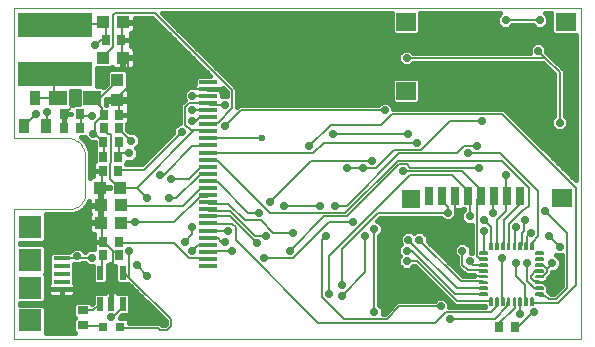
<source format=gtl>
G75*
G70*
%OFA0B0*%
%FSLAX24Y24*%
%IPPOS*%
%LPD*%
%AMOC8*
5,1,8,0,0,1.08239X$1,22.5*
%
%ADD10C,0.0000*%
%ADD11R,0.0315X0.0315*%
%ADD12R,0.0354X0.0276*%
%ADD13R,0.0551X0.0157*%
%ADD14R,0.0748X0.0748*%
%ADD15R,0.0591X0.0118*%
%ADD16R,0.0276X0.0354*%
%ADD17R,0.2480X0.0846*%
%ADD18R,0.0591X0.0472*%
%ADD19R,0.0354X0.0472*%
%ADD20R,0.0433X0.0394*%
%ADD21R,0.0394X0.0433*%
%ADD22R,0.0669X0.0591*%
%ADD23R,0.0315X0.0591*%
%ADD24R,0.0591X0.0591*%
%ADD25R,0.0217X0.0472*%
%ADD26C,0.0059*%
%ADD27C,0.0236*%
%ADD28C,0.0060*%
%ADD29OC8,0.0280*%
%ADD30C,0.0160*%
D10*
X000706Y001502D02*
X000706Y005832D01*
X002568Y005832D01*
X002612Y005834D01*
X002655Y005840D01*
X002697Y005849D01*
X002739Y005862D01*
X002779Y005879D01*
X002818Y005899D01*
X002855Y005922D01*
X002889Y005949D01*
X002922Y005978D01*
X002951Y006011D01*
X002978Y006045D01*
X003001Y006082D01*
X003021Y006121D01*
X003038Y006161D01*
X003051Y006203D01*
X003060Y006245D01*
X003066Y006288D01*
X003068Y006332D01*
X003068Y007575D01*
X003066Y007624D01*
X003060Y007672D01*
X003051Y007720D01*
X003038Y007767D01*
X003021Y007812D01*
X003000Y007856D01*
X002977Y007899D01*
X002950Y007939D01*
X002919Y007978D01*
X002886Y008013D01*
X002851Y008046D01*
X002812Y008077D01*
X002772Y008104D01*
X002729Y008127D01*
X002685Y008148D01*
X002640Y008165D01*
X002593Y008178D01*
X002545Y008187D01*
X002497Y008193D01*
X002448Y008195D01*
X000706Y008195D01*
X000706Y012525D01*
X019603Y012525D01*
X019603Y001502D01*
X000706Y001502D01*
D11*
X003655Y001899D03*
X004245Y001899D03*
D12*
X002998Y001946D03*
X002998Y002457D03*
D13*
X002288Y003154D03*
X002288Y003409D03*
X002288Y003665D03*
X002288Y003921D03*
X002288Y004177D03*
D14*
X001245Y004138D03*
X001245Y003193D03*
X001245Y002110D03*
X001245Y005221D03*
D15*
X007182Y005109D03*
X007182Y005345D03*
X007182Y005582D03*
X007182Y005818D03*
X007182Y006054D03*
X007182Y006290D03*
X007182Y006526D03*
X007182Y006763D03*
X007182Y006999D03*
X007182Y007235D03*
X007182Y007471D03*
X007182Y007708D03*
X007182Y007944D03*
X007182Y008180D03*
X007182Y008416D03*
X007182Y008652D03*
X007182Y008889D03*
X007182Y009125D03*
X007182Y009361D03*
X007182Y009597D03*
X007182Y009834D03*
X007182Y010070D03*
X007182Y004873D03*
X007182Y004637D03*
X007182Y004401D03*
X007182Y004164D03*
X007182Y003928D03*
D16*
X004185Y004290D03*
X003673Y004290D03*
X003675Y004736D03*
X004187Y004736D03*
X004166Y007109D03*
X004177Y007568D03*
X003665Y007568D03*
X003654Y007109D03*
X003679Y008050D03*
X004191Y008050D03*
X004196Y008517D03*
X003684Y008517D03*
X003688Y008965D03*
X004200Y008965D03*
X002891Y009002D03*
X002380Y009002D03*
X002380Y008542D03*
X002891Y008542D03*
X003768Y011472D03*
X004280Y011472D03*
X016880Y001885D03*
X017392Y001885D03*
D17*
X002082Y010339D03*
X002082Y011973D03*
D18*
X002175Y009539D03*
X003316Y009539D03*
D19*
X001769Y008583D03*
X001021Y008583D03*
X001395Y009528D03*
D20*
X003661Y010872D03*
X004331Y010872D03*
X004345Y012058D03*
X003675Y012058D03*
X003575Y006535D03*
X004245Y006535D03*
X004264Y005956D03*
X003595Y005956D03*
X003591Y005367D03*
X004260Y005367D03*
D21*
X004149Y009459D03*
X004149Y010128D03*
D22*
X013770Y009764D03*
X013770Y012067D03*
X019085Y012067D03*
X018967Y006185D03*
D23*
X017569Y006256D03*
X017136Y006256D03*
X016703Y006256D03*
X016270Y006256D03*
X015837Y006256D03*
X015404Y006256D03*
X014971Y006256D03*
X014538Y006256D03*
D24*
X013929Y006143D03*
D25*
X004323Y003686D03*
X003575Y003686D03*
X003575Y002663D03*
X003949Y002663D03*
X004323Y002663D03*
D26*
X016248Y003015D02*
X016466Y003015D01*
X016466Y002955D01*
X016248Y002955D01*
X016248Y003015D01*
X016248Y003013D02*
X016466Y003013D01*
X016466Y003212D02*
X016248Y003212D01*
X016466Y003212D02*
X016466Y003152D01*
X016248Y003152D01*
X016248Y003212D01*
X016248Y003210D02*
X016466Y003210D01*
X016466Y003409D02*
X016248Y003409D01*
X016466Y003409D02*
X016466Y003349D01*
X016248Y003349D01*
X016248Y003409D01*
X016248Y003407D02*
X016466Y003407D01*
X016466Y003606D02*
X016248Y003606D01*
X016466Y003606D02*
X016466Y003546D01*
X016248Y003546D01*
X016248Y003606D01*
X016248Y003604D02*
X016466Y003604D01*
X016466Y003802D02*
X016248Y003802D01*
X016466Y003802D02*
X016466Y003742D01*
X016248Y003742D01*
X016248Y003802D01*
X016248Y003800D02*
X016466Y003800D01*
X016466Y003999D02*
X016248Y003999D01*
X016466Y003999D02*
X016466Y003939D01*
X016248Y003939D01*
X016248Y003999D01*
X016248Y003997D02*
X016466Y003997D01*
X016466Y004196D02*
X016248Y004196D01*
X016466Y004196D02*
X016466Y004136D01*
X016248Y004136D01*
X016248Y004196D01*
X016248Y004194D02*
X016466Y004194D01*
X016466Y004393D02*
X016248Y004393D01*
X016466Y004393D02*
X016466Y004333D01*
X016248Y004333D01*
X016248Y004393D01*
X016248Y004391D02*
X016466Y004391D01*
X016564Y004708D02*
X016624Y004708D01*
X016624Y004490D01*
X016564Y004490D01*
X016564Y004708D01*
X016564Y004548D02*
X016624Y004548D01*
X016624Y004606D02*
X016564Y004606D01*
X016564Y004664D02*
X016624Y004664D01*
X016760Y004708D02*
X016820Y004708D01*
X016820Y004490D01*
X016760Y004490D01*
X016760Y004708D01*
X016760Y004548D02*
X016820Y004548D01*
X016820Y004606D02*
X016760Y004606D01*
X016760Y004664D02*
X016820Y004664D01*
X016957Y004708D02*
X017017Y004708D01*
X017017Y004490D01*
X016957Y004490D01*
X016957Y004708D01*
X016957Y004548D02*
X017017Y004548D01*
X017017Y004606D02*
X016957Y004606D01*
X016957Y004664D02*
X017017Y004664D01*
X017154Y004708D02*
X017214Y004708D01*
X017214Y004490D01*
X017154Y004490D01*
X017154Y004708D01*
X017154Y004548D02*
X017214Y004548D01*
X017214Y004606D02*
X017154Y004606D01*
X017154Y004664D02*
X017214Y004664D01*
X017351Y004708D02*
X017411Y004708D01*
X017411Y004490D01*
X017351Y004490D01*
X017351Y004708D01*
X017351Y004548D02*
X017411Y004548D01*
X017411Y004606D02*
X017351Y004606D01*
X017351Y004664D02*
X017411Y004664D01*
X017548Y004708D02*
X017608Y004708D01*
X017608Y004490D01*
X017548Y004490D01*
X017548Y004708D01*
X017548Y004548D02*
X017608Y004548D01*
X017608Y004606D02*
X017548Y004606D01*
X017548Y004664D02*
X017608Y004664D01*
X017745Y004708D02*
X017805Y004708D01*
X017805Y004490D01*
X017745Y004490D01*
X017745Y004708D01*
X017745Y004548D02*
X017805Y004548D01*
X017805Y004606D02*
X017745Y004606D01*
X017745Y004664D02*
X017805Y004664D01*
X017942Y004708D02*
X018002Y004708D01*
X018002Y004490D01*
X017942Y004490D01*
X017942Y004708D01*
X017942Y004548D02*
X018002Y004548D01*
X018002Y004606D02*
X017942Y004606D01*
X017942Y004664D02*
X018002Y004664D01*
X018099Y004393D02*
X018317Y004393D01*
X018317Y004333D01*
X018099Y004333D01*
X018099Y004393D01*
X018099Y004391D02*
X018317Y004391D01*
X018317Y004196D02*
X018099Y004196D01*
X018317Y004196D02*
X018317Y004136D01*
X018099Y004136D01*
X018099Y004196D01*
X018099Y004194D02*
X018317Y004194D01*
X018317Y003999D02*
X018099Y003999D01*
X018317Y003999D02*
X018317Y003939D01*
X018099Y003939D01*
X018099Y003999D01*
X018099Y003997D02*
X018317Y003997D01*
X018317Y003802D02*
X018099Y003802D01*
X018317Y003802D02*
X018317Y003742D01*
X018099Y003742D01*
X018099Y003802D01*
X018099Y003800D02*
X018317Y003800D01*
X018317Y003606D02*
X018099Y003606D01*
X018317Y003606D02*
X018317Y003546D01*
X018099Y003546D01*
X018099Y003606D01*
X018099Y003604D02*
X018317Y003604D01*
X018317Y003409D02*
X018099Y003409D01*
X018317Y003409D02*
X018317Y003349D01*
X018099Y003349D01*
X018099Y003409D01*
X018099Y003407D02*
X018317Y003407D01*
X018317Y003212D02*
X018099Y003212D01*
X018317Y003212D02*
X018317Y003152D01*
X018099Y003152D01*
X018099Y003212D01*
X018099Y003210D02*
X018317Y003210D01*
X018317Y003015D02*
X018099Y003015D01*
X018317Y003015D02*
X018317Y002955D01*
X018099Y002955D01*
X018099Y003015D01*
X018099Y003013D02*
X018317Y003013D01*
X018002Y002858D02*
X017942Y002858D01*
X018002Y002858D02*
X018002Y002640D01*
X017942Y002640D01*
X017942Y002858D01*
X017942Y002698D02*
X018002Y002698D01*
X018002Y002756D02*
X017942Y002756D01*
X017942Y002814D02*
X018002Y002814D01*
X017805Y002858D02*
X017745Y002858D01*
X017805Y002858D02*
X017805Y002640D01*
X017745Y002640D01*
X017745Y002858D01*
X017745Y002698D02*
X017805Y002698D01*
X017805Y002756D02*
X017745Y002756D01*
X017745Y002814D02*
X017805Y002814D01*
X017608Y002858D02*
X017548Y002858D01*
X017608Y002858D02*
X017608Y002640D01*
X017548Y002640D01*
X017548Y002858D01*
X017548Y002698D02*
X017608Y002698D01*
X017608Y002756D02*
X017548Y002756D01*
X017548Y002814D02*
X017608Y002814D01*
X017411Y002858D02*
X017351Y002858D01*
X017411Y002858D02*
X017411Y002640D01*
X017351Y002640D01*
X017351Y002858D01*
X017351Y002698D02*
X017411Y002698D01*
X017411Y002756D02*
X017351Y002756D01*
X017351Y002814D02*
X017411Y002814D01*
X017214Y002858D02*
X017154Y002858D01*
X017214Y002858D02*
X017214Y002640D01*
X017154Y002640D01*
X017154Y002858D01*
X017154Y002698D02*
X017214Y002698D01*
X017214Y002756D02*
X017154Y002756D01*
X017154Y002814D02*
X017214Y002814D01*
X017017Y002858D02*
X016957Y002858D01*
X017017Y002858D02*
X017017Y002640D01*
X016957Y002640D01*
X016957Y002858D01*
X016957Y002698D02*
X017017Y002698D01*
X017017Y002756D02*
X016957Y002756D01*
X016957Y002814D02*
X017017Y002814D01*
X016820Y002858D02*
X016760Y002858D01*
X016820Y002858D02*
X016820Y002640D01*
X016760Y002640D01*
X016760Y002858D01*
X016760Y002698D02*
X016820Y002698D01*
X016820Y002756D02*
X016760Y002756D01*
X016760Y002814D02*
X016820Y002814D01*
X016624Y002858D02*
X016564Y002858D01*
X016624Y002858D02*
X016624Y002640D01*
X016564Y002640D01*
X016564Y002858D01*
X016564Y002698D02*
X016624Y002698D01*
X016624Y002756D02*
X016564Y002756D01*
X016564Y002814D02*
X016624Y002814D01*
D27*
X008976Y008201D03*
D28*
X008976Y008180D01*
X007182Y008180D01*
X007182Y008416D02*
X007126Y008462D01*
X006706Y008462D01*
X004786Y006542D01*
X005146Y006182D01*
X004786Y006542D02*
X004246Y006542D01*
X004245Y006535D01*
X004186Y006542D01*
X003886Y006842D01*
X003886Y007322D01*
X003946Y007382D01*
X003946Y008282D01*
X003886Y008342D01*
X003826Y008342D01*
X003706Y008462D01*
X003684Y008517D01*
X003406Y008342D02*
X003406Y008702D01*
X003646Y008942D01*
X003688Y008965D01*
X003646Y009002D01*
X003646Y009182D01*
X003406Y009422D01*
X003316Y009539D01*
X003346Y009482D01*
X003406Y009422D01*
X003466Y009422D01*
X004126Y010082D01*
X004149Y010128D01*
X004426Y009842D02*
X007126Y009842D01*
X007182Y009834D01*
X007186Y009782D01*
X007486Y009782D01*
X007606Y009662D01*
X007726Y009662D01*
X007966Y009782D02*
X007966Y009182D01*
X007486Y008702D01*
X007186Y008702D01*
X007182Y008652D01*
X007126Y008882D02*
X006886Y008882D01*
X006766Y008762D01*
X006646Y008762D01*
X006406Y008642D02*
X006406Y009242D01*
X006526Y009362D01*
X007126Y009362D01*
X007182Y009361D01*
X007186Y009362D01*
X007246Y009302D01*
X007726Y009302D01*
X007182Y009125D02*
X007126Y009122D01*
X006646Y009122D01*
X007126Y008882D02*
X007182Y008889D01*
X007726Y008582D02*
X008266Y009122D01*
X013066Y009122D01*
X013306Y009002D02*
X012946Y008642D01*
X011266Y008642D01*
X010546Y007922D01*
X010666Y007682D02*
X007186Y007682D01*
X007182Y007708D01*
X007126Y007922D02*
X007182Y007944D01*
X007126Y007922D02*
X006646Y007922D01*
X005686Y006962D01*
X005566Y006962D01*
X005926Y006842D02*
X006526Y006842D01*
X006886Y007202D01*
X007126Y007202D01*
X007182Y007235D01*
X007186Y007442D02*
X007182Y007471D01*
X007186Y007442D02*
X007486Y007442D01*
X009226Y005702D01*
X011746Y005702D01*
X013486Y007442D01*
X016966Y007442D01*
X017866Y006542D01*
X017866Y005942D01*
X017746Y005822D01*
X017686Y005822D01*
X017206Y005342D01*
X017206Y004622D01*
X017184Y004599D01*
X017026Y004622D02*
X016987Y004599D01*
X017026Y004622D02*
X017026Y005462D01*
X017566Y006002D01*
X017566Y006242D01*
X017569Y006256D01*
X017136Y006256D02*
X017086Y006302D01*
X017086Y006962D01*
X016186Y007202D02*
X013906Y007202D01*
X013786Y007322D01*
X013546Y007322D01*
X011806Y005582D01*
X011026Y005582D01*
X009886Y004442D01*
X010006Y004202D02*
X009046Y004202D01*
X008806Y004682D02*
X007906Y005582D01*
X007186Y005582D01*
X007182Y005582D01*
X007186Y005762D02*
X007182Y005818D01*
X007186Y005762D02*
X007906Y005762D01*
X008746Y004922D01*
X009106Y004922D01*
X009346Y005042D02*
X008926Y005462D01*
X008386Y005462D01*
X007846Y006002D01*
X007186Y006002D01*
X007182Y006054D01*
X007126Y006242D02*
X007182Y006290D01*
X007126Y006242D02*
X006886Y006242D01*
X006046Y005402D01*
X004726Y005402D01*
X004306Y005402D01*
X004260Y005367D01*
X003646Y005342D02*
X003591Y005367D01*
X003586Y005402D01*
X003586Y005942D01*
X003595Y005956D01*
X003646Y006002D01*
X003646Y006542D01*
X003586Y006542D01*
X003575Y006535D01*
X003646Y006542D02*
X003646Y007082D01*
X003654Y007109D01*
X003665Y007568D02*
X003706Y007622D01*
X003706Y008042D01*
X003679Y008050D01*
X003646Y008102D01*
X003406Y008342D01*
X003346Y008342D01*
X002926Y008582D02*
X002891Y008542D01*
X002926Y008582D02*
X002926Y008942D01*
X002891Y009002D01*
X002926Y009002D01*
X002926Y008942D01*
X003286Y008942D01*
X002806Y009422D02*
X002386Y009002D01*
X002380Y009002D01*
X002386Y009002D02*
X002386Y008582D01*
X002380Y008542D01*
X001786Y008642D02*
X001769Y008583D01*
X001786Y008642D02*
X001786Y009062D01*
X001426Y009002D02*
X001066Y008642D01*
X001021Y008583D01*
X001395Y009528D02*
X001426Y009542D01*
X002026Y009542D01*
X002175Y009539D01*
X002146Y009542D01*
X002026Y009542D01*
X002026Y010322D01*
X002082Y010339D01*
X003406Y011282D02*
X003586Y011462D01*
X003766Y011462D01*
X003768Y011472D01*
X003766Y011522D01*
X003766Y011942D01*
X003706Y012002D01*
X003675Y012058D01*
X003646Y012002D01*
X002086Y012002D01*
X002082Y011973D01*
X003661Y010872D02*
X003706Y010922D01*
X004006Y011222D01*
X004006Y012302D01*
X004066Y012362D01*
X005386Y012362D01*
X007966Y009782D01*
X007182Y009597D02*
X007126Y009602D01*
X006646Y009602D01*
X006406Y008642D02*
X006586Y008462D01*
X006706Y008462D01*
X006286Y008402D02*
X005026Y007142D01*
X004186Y007142D01*
X004166Y007109D01*
X004177Y007568D02*
X004186Y007682D01*
X004546Y007682D01*
X004186Y007682D02*
X004186Y007622D01*
X004177Y007568D01*
X004186Y007682D02*
X004186Y008042D01*
X004191Y008050D01*
X004246Y008462D02*
X004606Y008102D01*
X004246Y008462D02*
X004196Y008517D01*
X004200Y008965D02*
X004186Y009002D01*
X004186Y009422D01*
X004149Y009459D01*
X004186Y009482D01*
X004186Y009602D01*
X004426Y009842D01*
X004486Y009902D01*
X004486Y010742D01*
X004366Y010862D01*
X004331Y010872D01*
X004306Y010922D01*
X004306Y011462D01*
X004280Y011472D01*
X004306Y011522D01*
X004306Y012002D01*
X004345Y012058D01*
X004186Y009422D02*
X004546Y009422D01*
X006886Y006962D02*
X007126Y006962D01*
X007182Y006999D01*
X007182Y006763D02*
X007186Y006722D01*
X007486Y006722D01*
X008506Y005702D01*
X008866Y005702D01*
X009226Y006062D02*
X010606Y007442D01*
X012646Y007442D01*
X012766Y007202D02*
X012346Y007202D01*
X011806Y007202D01*
X012766Y007202D02*
X013366Y007802D01*
X014266Y007802D01*
X015226Y008762D01*
X016306Y008762D01*
X016966Y009002D02*
X013306Y009002D01*
X013846Y008342D02*
X011326Y008342D01*
X011026Y008042D02*
X010666Y007682D01*
X011026Y008042D02*
X014146Y008042D01*
X013546Y007682D02*
X015466Y007682D01*
X015706Y007922D01*
X016126Y007922D01*
X015826Y007682D02*
X016906Y007682D01*
X018166Y006422D01*
X018166Y004922D01*
X017986Y004742D01*
X017986Y004622D01*
X017972Y004599D01*
X017806Y004622D02*
X017775Y004599D01*
X017806Y004622D02*
X017806Y004922D01*
X017926Y005042D01*
X017686Y005102D02*
X017686Y005402D01*
X017746Y005462D01*
X017686Y005102D02*
X017626Y005042D01*
X017626Y004622D01*
X017578Y004599D01*
X017386Y004622D02*
X017381Y004599D01*
X017386Y004622D02*
X017386Y005162D01*
X017446Y005222D01*
X017086Y005762D02*
X016786Y005462D01*
X016786Y004622D01*
X016790Y004599D01*
X016606Y004622D02*
X016594Y004599D01*
X016606Y004622D02*
X016606Y005222D01*
X016366Y005462D01*
X016366Y005102D02*
X016366Y004382D01*
X016357Y004363D01*
X016306Y004202D02*
X016357Y004166D01*
X016306Y004202D02*
X016186Y004202D01*
X016126Y004262D01*
X016126Y006122D01*
X016246Y006242D01*
X016270Y006256D01*
X016246Y006302D01*
X016246Y006482D01*
X015646Y007082D01*
X013666Y007082D01*
X013906Y006962D02*
X015286Y006962D01*
X015826Y006422D01*
X015826Y006302D01*
X015837Y006256D01*
X015886Y006242D01*
X015886Y005582D01*
X015166Y005702D02*
X012826Y005702D01*
X011626Y004502D01*
X011626Y003302D01*
X011626Y002942D02*
X012406Y003722D01*
X012406Y004922D01*
X012706Y005162D02*
X012706Y002402D01*
X013126Y002162D02*
X011686Y002162D01*
X010966Y002882D01*
X010966Y004802D01*
X011086Y004922D01*
X011206Y005402D02*
X010006Y004202D01*
X011206Y004262D02*
X013906Y006962D01*
X013546Y007682D02*
X011806Y005942D01*
X011386Y005942D01*
X010906Y005942D02*
X009706Y005942D01*
X010006Y005042D02*
X009346Y005042D01*
X008086Y005222D02*
X008086Y004802D01*
X010846Y002042D01*
X014746Y002042D01*
X015106Y002402D01*
X016606Y002402D01*
X016786Y002582D01*
X016786Y002702D01*
X016790Y002749D01*
X016966Y002762D02*
X016987Y002749D01*
X016966Y002762D02*
X016966Y004202D01*
X017446Y004022D02*
X017446Y003602D01*
X017746Y003302D01*
X017746Y002762D01*
X017775Y002749D01*
X017972Y002749D02*
X017986Y002702D01*
X018826Y002702D01*
X019426Y003302D01*
X019426Y006542D01*
X016966Y009002D01*
X018886Y008702D02*
X018886Y010382D01*
X018406Y010862D01*
X013786Y010862D01*
X015286Y011522D02*
X011806Y011522D01*
X017086Y012122D02*
X018226Y012122D01*
X018166Y011102D02*
X018406Y010862D01*
X017136Y006256D02*
X017086Y006242D01*
X017086Y005762D01*
X016666Y005702D02*
X016666Y006242D01*
X016703Y006256D01*
X015406Y006242D02*
X015404Y006256D01*
X015406Y006242D02*
X015406Y005042D01*
X013726Y005042D01*
X013546Y004862D01*
X013546Y003962D01*
X014566Y002942D01*
X014926Y002942D01*
X014926Y002582D02*
X013546Y002582D01*
X013126Y002162D01*
X011206Y003002D02*
X011206Y004262D01*
X011206Y005402D02*
X011986Y005402D01*
X013846Y004802D02*
X015466Y003182D01*
X016306Y003182D01*
X016357Y003182D01*
X016306Y003002D02*
X016357Y002985D01*
X016306Y003002D02*
X015406Y003002D01*
X013966Y004442D01*
X013786Y004442D01*
X014206Y004802D02*
X015586Y003422D01*
X016306Y003422D01*
X016357Y003379D01*
X016357Y003576D02*
X016306Y003602D01*
X015826Y003602D01*
X015406Y004022D01*
X015346Y004022D01*
X015406Y004022D02*
X015406Y005042D01*
X015646Y004442D02*
X015646Y003962D01*
X015826Y003782D01*
X016306Y003782D01*
X016357Y003772D01*
X016306Y003962D02*
X016357Y003969D01*
X016306Y003962D02*
X016006Y003962D01*
X015886Y004082D01*
X015466Y002762D02*
X014146Y004082D01*
X013786Y004082D01*
X015466Y002762D02*
X016546Y002762D01*
X016594Y002749D01*
X017146Y002702D02*
X017146Y002582D01*
X016726Y002162D01*
X015226Y002162D01*
X016846Y001982D02*
X016846Y001802D01*
X016880Y001885D01*
X016846Y001982D02*
X017386Y002522D01*
X017386Y002702D01*
X017381Y002749D01*
X017566Y002702D02*
X017578Y002749D01*
X017566Y002702D02*
X017566Y002342D01*
X017986Y002402D02*
X018046Y002402D01*
X017986Y002402D02*
X017386Y001802D01*
X017392Y001885D01*
X017146Y002702D02*
X017184Y002749D01*
X017806Y003422D02*
X018046Y003182D01*
X018166Y003182D01*
X018208Y003182D01*
X018208Y002985D02*
X018226Y002942D01*
X018406Y002942D01*
X018526Y002822D01*
X018766Y002822D01*
X019126Y003182D01*
X019126Y005042D01*
X018406Y005762D01*
X018526Y004922D02*
X018886Y004562D01*
X018646Y004022D02*
X018466Y003842D01*
X018346Y003962D01*
X018226Y003962D01*
X018208Y003969D01*
X018166Y003782D02*
X018106Y003782D01*
X017926Y003602D01*
X017926Y003542D01*
X018046Y003422D01*
X018166Y003422D01*
X018208Y003379D01*
X018226Y003362D01*
X018346Y003362D01*
X018646Y003062D01*
X018346Y003602D02*
X018466Y003722D01*
X018466Y003842D01*
X018208Y003772D02*
X018166Y003782D01*
X018226Y003602D02*
X018208Y003576D01*
X018226Y003602D02*
X018346Y003602D01*
X017806Y003422D02*
X017806Y004022D01*
X015166Y005702D02*
X015166Y005882D01*
X014986Y006062D01*
X014986Y006242D01*
X014971Y006256D01*
X008086Y005222D02*
X007966Y005342D01*
X007186Y005342D01*
X007182Y005345D01*
X007182Y005109D02*
X007186Y005102D01*
X007846Y005102D01*
X007486Y004862D02*
X007606Y004742D01*
X007726Y004742D01*
X007486Y004862D02*
X007186Y004862D01*
X007182Y004873D01*
X007182Y004637D02*
X007126Y004622D01*
X006826Y004622D01*
X006646Y004442D01*
X006526Y004202D02*
X007126Y004202D01*
X007182Y004164D01*
X007182Y004401D02*
X007186Y004442D01*
X007966Y004442D01*
X006646Y004982D02*
X006406Y004742D01*
X006646Y004982D02*
X006646Y005222D01*
X006346Y005942D02*
X006886Y006482D01*
X007126Y006482D01*
X007182Y006526D01*
X006886Y006962D02*
X006106Y006182D01*
X005866Y006182D01*
X006346Y005942D02*
X004306Y005942D01*
X004264Y005956D01*
X003646Y005342D02*
X003646Y004742D01*
X003675Y004736D01*
X003706Y004742D01*
X004006Y004442D01*
X004006Y003482D01*
X005446Y002042D01*
X005686Y002042D01*
X005506Y001862D02*
X005566Y001802D01*
X005806Y001802D01*
X005926Y001922D01*
X005926Y002162D01*
X004546Y003542D01*
X004546Y004442D01*
X004246Y004682D02*
X004187Y004736D01*
X004246Y004682D02*
X006046Y004682D01*
X006526Y004202D01*
X005146Y003602D02*
X004786Y003962D01*
X004546Y003542D02*
X004366Y003722D01*
X004323Y003686D01*
X004006Y003482D02*
X004006Y003182D01*
X002926Y003182D01*
X002926Y003122D01*
X002926Y003182D02*
X002326Y003182D01*
X002288Y003154D01*
X002998Y002457D02*
X003046Y002462D01*
X003346Y002462D01*
X003526Y002642D01*
X003575Y002663D01*
X003949Y002663D02*
X004006Y002702D01*
X004006Y003182D01*
X004323Y002663D02*
X004306Y002642D01*
X004306Y002522D01*
X004006Y002222D01*
X003946Y002222D01*
X003646Y001922D02*
X003655Y001899D01*
X003646Y001922D02*
X003046Y001922D01*
X002998Y001946D01*
X004245Y001899D02*
X004246Y001862D01*
X005506Y001862D01*
X003575Y003686D02*
X003586Y003722D01*
X003646Y003782D01*
X003646Y004262D01*
X003673Y004290D01*
X004006Y004442D02*
X004126Y004322D01*
X004185Y004290D01*
X003286Y004202D02*
X002806Y004202D01*
X002806Y004262D01*
X002806Y004202D02*
X002326Y004202D01*
X002288Y004177D01*
D29*
X002806Y004262D03*
X003286Y004202D03*
X004546Y004442D03*
X004786Y003962D03*
X005146Y003602D03*
X006646Y004442D03*
X006406Y004742D03*
X006646Y005222D03*
X007726Y004742D03*
X007966Y004442D03*
X008806Y004682D03*
X009106Y004922D03*
X009886Y004442D03*
X010006Y005042D03*
X011086Y004922D03*
X011986Y005402D03*
X012406Y004922D03*
X012706Y005162D03*
X013846Y004802D03*
X014206Y004802D03*
X013786Y004442D03*
X013786Y004082D03*
X015346Y004022D03*
X015886Y004082D03*
X015646Y004442D03*
X016366Y005102D03*
X016366Y005462D03*
X016666Y005702D03*
X015886Y005582D03*
X015166Y005702D03*
X013666Y007082D03*
X012646Y007442D03*
X012346Y007202D03*
X011806Y007202D03*
X010546Y007922D03*
X011326Y008342D03*
X013066Y009122D03*
X013846Y008342D03*
X014146Y008042D03*
X015826Y007682D03*
X016126Y007922D03*
X016186Y007202D03*
X017086Y006962D03*
X018406Y005762D03*
X017746Y005462D03*
X017446Y005222D03*
X017926Y005042D03*
X018526Y004922D03*
X018886Y004562D03*
X018646Y004022D03*
X017806Y004022D03*
X017446Y004022D03*
X016966Y004202D03*
X018646Y003062D03*
X018046Y002402D03*
X017566Y002342D03*
X015226Y002162D03*
X014926Y002582D03*
X014926Y002942D03*
X012706Y002402D03*
X011626Y002942D03*
X011626Y003302D03*
X011206Y003002D03*
X009046Y004202D03*
X007846Y005102D03*
X008866Y005702D03*
X009226Y006062D03*
X009706Y005942D03*
X010906Y005942D03*
X011386Y005942D03*
X007726Y008582D03*
X007726Y009302D03*
X007726Y009662D03*
X006646Y009602D03*
X006646Y009122D03*
X006646Y008762D03*
X006286Y008402D03*
X004606Y008102D03*
X004546Y007682D03*
X005566Y006962D03*
X005926Y006842D03*
X005866Y006182D03*
X005146Y006182D03*
X004726Y005402D03*
X002926Y003122D03*
X003946Y002222D03*
X005686Y002042D03*
X003346Y008342D03*
X003286Y008942D03*
X002806Y009422D03*
X001786Y009062D03*
X001426Y009002D03*
X004546Y009422D03*
X003406Y011282D03*
X011806Y011522D03*
X013786Y010862D03*
X015286Y011522D03*
X017086Y012122D03*
X018226Y012122D03*
X018166Y011102D03*
X018886Y008702D03*
X016306Y008762D03*
D30*
X017036Y009172D02*
X013376Y009172D01*
X013345Y009172D01*
X013345Y009238D01*
X013181Y009402D01*
X012950Y009402D01*
X012840Y009292D01*
X008336Y009292D01*
X008195Y009292D01*
X008135Y009232D01*
X008135Y009252D01*
X008135Y009852D01*
X008036Y009952D01*
X005642Y012345D01*
X013296Y012345D01*
X013296Y011714D01*
X013378Y011632D01*
X014163Y011632D01*
X014245Y011714D01*
X014245Y012345D01*
X016913Y012345D01*
X016806Y012238D01*
X016806Y012006D01*
X016970Y011842D01*
X017201Y011842D01*
X017311Y011952D01*
X018000Y011952D01*
X018110Y011842D01*
X018341Y011842D01*
X018505Y012006D01*
X018505Y012238D01*
X018398Y012345D01*
X018611Y012345D01*
X018611Y011714D01*
X018692Y011632D01*
X019423Y011632D01*
X019423Y006784D01*
X017135Y009072D01*
X017036Y009172D01*
X017096Y009112D02*
X018716Y009112D01*
X018716Y009270D02*
X013313Y009270D01*
X013378Y009329D02*
X014163Y009329D01*
X014245Y009411D01*
X014245Y010117D01*
X014163Y010199D01*
X013378Y010199D01*
X013296Y010117D01*
X013296Y009411D01*
X013378Y009329D01*
X013296Y009429D02*
X008135Y009429D01*
X008135Y009587D02*
X013296Y009587D01*
X013296Y009746D02*
X008135Y009746D01*
X007796Y009711D02*
X007796Y009582D01*
X007617Y009582D01*
X007617Y009660D01*
X007657Y009700D01*
X007657Y009833D01*
X007182Y009833D01*
X007182Y009834D01*
X007657Y009834D01*
X007657Y009850D01*
X007796Y009711D01*
X007761Y009746D02*
X007657Y009746D01*
X007617Y009587D02*
X007796Y009587D01*
X008135Y009270D02*
X008174Y009270D01*
X008083Y009905D02*
X013296Y009905D01*
X013296Y010063D02*
X007925Y010063D01*
X007766Y010222D02*
X018716Y010222D01*
X018716Y010311D02*
X018335Y010692D01*
X014011Y010692D01*
X013901Y010582D01*
X013670Y010582D01*
X013506Y010746D01*
X013506Y010978D01*
X013670Y011142D01*
X013901Y011142D01*
X014011Y011032D01*
X017886Y011032D01*
X017886Y011218D01*
X018050Y011382D01*
X018281Y011382D01*
X018445Y011218D01*
X018445Y011062D01*
X018476Y011032D01*
X018575Y010932D01*
X019055Y010452D01*
X019055Y010311D01*
X019055Y008928D01*
X019165Y008818D01*
X019165Y008586D01*
X019001Y008422D01*
X018770Y008422D01*
X018606Y008586D01*
X018606Y008818D01*
X018716Y008928D01*
X018716Y010311D01*
X018647Y010380D02*
X007607Y010380D01*
X007449Y010539D02*
X018488Y010539D01*
X018810Y010697D02*
X019423Y010697D01*
X019423Y010539D02*
X018969Y010539D01*
X019055Y010380D02*
X019423Y010380D01*
X019423Y010222D02*
X019055Y010222D01*
X019055Y010063D02*
X019423Y010063D01*
X019423Y009905D02*
X019055Y009905D01*
X019055Y009746D02*
X019423Y009746D01*
X019423Y009587D02*
X019055Y009587D01*
X019055Y009429D02*
X019423Y009429D01*
X019423Y009270D02*
X019055Y009270D01*
X019055Y009112D02*
X019423Y009112D01*
X019423Y008953D02*
X019055Y008953D01*
X019165Y008795D02*
X019423Y008795D01*
X019423Y008636D02*
X019165Y008636D01*
X019057Y008478D02*
X019423Y008478D01*
X019423Y008319D02*
X017889Y008319D01*
X017730Y008478D02*
X018714Y008478D01*
X018606Y008636D02*
X017571Y008636D01*
X017413Y008795D02*
X018606Y008795D01*
X018716Y008953D02*
X017254Y008953D01*
X018047Y008161D02*
X019423Y008161D01*
X019423Y008002D02*
X018206Y008002D01*
X018364Y007843D02*
X019423Y007843D01*
X019423Y007685D02*
X018523Y007685D01*
X018681Y007526D02*
X019423Y007526D01*
X019423Y007368D02*
X018840Y007368D01*
X018998Y007209D02*
X019423Y007209D01*
X019423Y007051D02*
X019157Y007051D01*
X019315Y006892D02*
X019423Y006892D01*
X015956Y005302D02*
X015956Y004362D01*
X015925Y004362D01*
X015925Y004558D01*
X015761Y004722D01*
X015530Y004722D01*
X015366Y004558D01*
X015366Y004326D01*
X015476Y004216D01*
X015476Y003891D01*
X015575Y003792D01*
X015755Y003612D01*
X015896Y003612D01*
X016040Y003612D01*
X016040Y003592D01*
X015656Y003592D01*
X014485Y004762D01*
X014485Y004918D01*
X014321Y005082D01*
X014090Y005082D01*
X014025Y005018D01*
X013961Y005082D01*
X013730Y005082D01*
X013566Y004918D01*
X013566Y004686D01*
X013600Y004652D01*
X013506Y004558D01*
X013506Y004326D01*
X013570Y004262D01*
X013506Y004198D01*
X013506Y003966D01*
X013670Y003802D01*
X013901Y003802D01*
X014011Y003912D01*
X014075Y003912D01*
X015395Y002592D01*
X015536Y002592D01*
X016395Y002592D01*
X016395Y002572D01*
X015205Y002572D01*
X015205Y002698D01*
X015041Y002862D01*
X014810Y002862D01*
X014700Y002752D01*
X013616Y002752D01*
X013475Y002752D01*
X013055Y002332D01*
X012985Y002332D01*
X012985Y002518D01*
X012875Y002628D01*
X012875Y004936D01*
X012985Y005046D01*
X012985Y005278D01*
X012821Y005442D01*
X012806Y005442D01*
X012896Y005532D01*
X014940Y005532D01*
X015050Y005422D01*
X015281Y005422D01*
X015445Y005586D01*
X015445Y005781D01*
X015636Y005781D01*
X015676Y005821D01*
X015716Y005821D01*
X015716Y005808D01*
X015606Y005698D01*
X015606Y005466D01*
X015770Y005302D01*
X015956Y005302D01*
X015956Y005148D02*
X012985Y005148D01*
X012956Y005307D02*
X015764Y005307D01*
X015606Y005465D02*
X015325Y005465D01*
X015445Y005624D02*
X015606Y005624D01*
X015637Y005782D02*
X015690Y005782D01*
X015006Y005465D02*
X012829Y005465D01*
X012929Y004990D02*
X013638Y004990D01*
X013566Y004831D02*
X012875Y004831D01*
X012875Y004673D02*
X013579Y004673D01*
X013506Y004514D02*
X012875Y004514D01*
X012875Y004356D02*
X013506Y004356D01*
X013506Y004197D02*
X012875Y004197D01*
X012875Y004038D02*
X013506Y004038D01*
X013591Y003880D02*
X012875Y003880D01*
X012875Y003721D02*
X014265Y003721D01*
X014107Y003880D02*
X013980Y003880D01*
X014424Y003563D02*
X012875Y003563D01*
X012875Y003404D02*
X014583Y003404D01*
X014741Y003246D02*
X012875Y003246D01*
X012875Y003087D02*
X014900Y003087D01*
X015058Y002929D02*
X012875Y002929D01*
X012875Y002770D02*
X014718Y002770D01*
X015133Y002770D02*
X015217Y002770D01*
X015205Y002612D02*
X015375Y002612D01*
X015526Y003721D02*
X015645Y003721D01*
X015487Y003880D02*
X015368Y003880D01*
X015476Y004038D02*
X015209Y004038D01*
X015051Y004197D02*
X015476Y004197D01*
X015366Y004356D02*
X014892Y004356D01*
X014734Y004514D02*
X015366Y004514D01*
X015480Y004673D02*
X014575Y004673D01*
X014485Y004831D02*
X015956Y004831D01*
X015956Y004990D02*
X014413Y004990D01*
X015811Y004673D02*
X015956Y004673D01*
X015956Y004514D02*
X015925Y004514D01*
X018388Y003379D02*
X018389Y003379D01*
X018526Y003379D01*
X018526Y003495D01*
X018502Y003518D01*
X018536Y003552D01*
X018635Y003651D01*
X018635Y003742D01*
X018761Y003742D01*
X018925Y003906D01*
X018925Y004138D01*
X018781Y004282D01*
X018956Y004282D01*
X018956Y003252D01*
X018695Y002992D01*
X018596Y002992D01*
X018486Y003102D01*
X018486Y003222D01*
X018526Y003262D01*
X018526Y003379D01*
X018389Y003379D01*
X018388Y003379D01*
X018526Y003404D02*
X018956Y003404D01*
X018949Y003246D02*
X018509Y003246D01*
X018500Y003087D02*
X018791Y003087D01*
X018956Y003563D02*
X018547Y003563D01*
X018635Y003721D02*
X018956Y003721D01*
X018956Y003880D02*
X018900Y003880D01*
X018925Y004038D02*
X018956Y004038D01*
X018956Y004197D02*
X018866Y004197D01*
X013335Y002612D02*
X012892Y002612D01*
X012985Y002453D02*
X013176Y002453D01*
X005756Y002091D02*
X005756Y001992D01*
X005735Y001972D01*
X005636Y001972D01*
X005576Y002032D01*
X005435Y002032D01*
X004543Y002032D01*
X004543Y002115D01*
X004461Y002196D01*
X004225Y002196D01*
X004225Y002201D01*
X004311Y002286D01*
X004489Y002286D01*
X004571Y002368D01*
X004571Y002957D01*
X004489Y003039D01*
X004172Y003039D01*
X004132Y003079D01*
X003949Y003079D01*
X003766Y003079D01*
X003726Y003039D01*
X003409Y003039D01*
X003327Y002957D01*
X003327Y002684D01*
X003306Y002662D01*
X003233Y002735D01*
X002763Y002735D01*
X002681Y002653D01*
X002681Y002262D01*
X002741Y002201D01*
X002681Y002141D01*
X002681Y001750D01*
X002749Y001682D01*
X001759Y001682D01*
X001759Y002542D01*
X001677Y002624D01*
X000885Y002624D01*
X000885Y002679D01*
X001677Y002679D01*
X001759Y002761D01*
X001759Y003625D01*
X001719Y003665D01*
X001759Y003706D01*
X001759Y004570D01*
X001677Y004652D01*
X000885Y004652D01*
X000885Y004706D01*
X001677Y004706D01*
X001759Y004788D01*
X001759Y005652D01*
X002643Y005652D01*
X002703Y005652D01*
X002703Y005652D01*
X002953Y005756D01*
X003144Y005947D01*
X003198Y006077D01*
X003198Y005975D01*
X003576Y005975D01*
X003576Y006333D01*
X003557Y006333D01*
X003557Y006516D01*
X003594Y006516D01*
X003888Y006516D01*
X003888Y006553D01*
X003594Y006553D01*
X003594Y006516D01*
X003594Y006158D01*
X003613Y006158D01*
X003613Y005975D01*
X003576Y005975D01*
X003576Y005938D01*
X003198Y005938D01*
X003198Y005685D01*
X003219Y005664D01*
X003194Y005639D01*
X003194Y005386D01*
X003572Y005386D01*
X003572Y005579D01*
X003576Y005579D01*
X003576Y005937D01*
X003613Y005937D01*
X003613Y005744D01*
X003609Y005744D01*
X003609Y005386D01*
X003572Y005386D01*
X003572Y005349D01*
X003194Y005349D01*
X003194Y005096D01*
X003300Y004990D01*
X003360Y004990D01*
X003358Y004988D01*
X003358Y004737D01*
X003675Y004737D01*
X003675Y004736D01*
X003358Y004736D01*
X003358Y004485D01*
X003361Y004482D01*
X003170Y004482D01*
X003076Y004388D01*
X002921Y004542D01*
X002690Y004542D01*
X002544Y004396D01*
X001955Y004396D01*
X001873Y004314D01*
X001873Y004040D01*
X001873Y003785D01*
X001873Y003546D01*
X001873Y003347D01*
X001833Y003307D01*
X001833Y003154D01*
X002288Y003154D01*
X002288Y003153D01*
X002289Y003153D01*
X002289Y003154D01*
X002744Y003154D01*
X002744Y003307D01*
X002704Y003347D01*
X002704Y003546D01*
X002704Y003785D01*
X002704Y003982D01*
X002921Y003982D01*
X002971Y004032D01*
X003060Y004032D01*
X003170Y003922D01*
X003327Y003922D01*
X003327Y003392D01*
X003409Y003310D01*
X003741Y003310D01*
X003823Y003392D01*
X003823Y003973D01*
X003869Y003973D01*
X003901Y004005D01*
X003973Y003933D01*
X004075Y003933D01*
X004075Y003392D01*
X004157Y003310D01*
X004489Y003310D01*
X004513Y003334D01*
X005756Y002091D01*
X005711Y002136D02*
X004521Y002136D01*
X004497Y002294D02*
X005552Y002294D01*
X005394Y002453D02*
X004571Y002453D01*
X004571Y002612D02*
X005235Y002612D01*
X005077Y002770D02*
X004571Y002770D01*
X004571Y002929D02*
X004918Y002929D01*
X004760Y003087D02*
X002744Y003087D01*
X002744Y003153D02*
X002289Y003153D01*
X002289Y002895D01*
X002638Y002895D01*
X002744Y003000D01*
X002744Y003153D01*
X002744Y003246D02*
X004601Y003246D01*
X004075Y003404D02*
X003823Y003404D01*
X003823Y003563D02*
X004075Y003563D01*
X004075Y003721D02*
X003823Y003721D01*
X003823Y003880D02*
X004075Y003880D01*
X003327Y003880D02*
X002704Y003880D01*
X002704Y003721D02*
X003327Y003721D01*
X003327Y003563D02*
X002704Y003563D01*
X002704Y003404D02*
X003327Y003404D01*
X003949Y003079D02*
X003949Y002663D01*
X003949Y002663D01*
X003949Y003079D01*
X003949Y002929D02*
X003949Y002929D01*
X003949Y002770D02*
X003949Y002770D01*
X003327Y002770D02*
X001759Y002770D01*
X001759Y002929D02*
X001904Y002929D01*
X001938Y002895D02*
X002288Y002895D01*
X002288Y003153D01*
X001833Y003153D01*
X001833Y003000D01*
X001938Y002895D01*
X001833Y003087D02*
X001759Y003087D01*
X001759Y003246D02*
X001833Y003246D01*
X001873Y003404D02*
X001759Y003404D01*
X001759Y003563D02*
X001873Y003563D01*
X001873Y003721D02*
X001759Y003721D01*
X001759Y003880D02*
X001873Y003880D01*
X001873Y004038D02*
X001759Y004038D01*
X001759Y004197D02*
X001873Y004197D01*
X001914Y004356D02*
X001759Y004356D01*
X001759Y004514D02*
X002662Y004514D01*
X002949Y004514D02*
X003358Y004514D01*
X003358Y004673D02*
X000885Y004673D01*
X001759Y004831D02*
X003358Y004831D01*
X003359Y004990D02*
X001759Y004990D01*
X001759Y005148D02*
X003194Y005148D01*
X003194Y005307D02*
X001759Y005307D01*
X001759Y005465D02*
X003194Y005465D01*
X003194Y005624D02*
X001759Y005624D01*
X002953Y005756D02*
X002953Y005756D01*
X002980Y005782D02*
X003198Y005782D01*
X003138Y005941D02*
X003576Y005941D01*
X003576Y006099D02*
X003613Y006099D01*
X003594Y006258D02*
X003576Y006258D01*
X003557Y006417D02*
X003594Y006417D01*
X003144Y005947D02*
X003144Y005947D01*
X003576Y005782D02*
X003613Y005782D01*
X003609Y005624D02*
X003576Y005624D01*
X003572Y005465D02*
X003609Y005465D01*
X003248Y006875D02*
X003248Y007649D01*
X003248Y007734D01*
X003126Y008028D01*
X002929Y008225D01*
X003067Y008225D01*
X003230Y008062D01*
X003401Y008062D01*
X003401Y007817D01*
X003387Y007803D01*
X003387Y007411D01*
X003337Y007361D01*
X003337Y007109D01*
X003654Y007109D01*
X003654Y007109D01*
X003337Y007109D01*
X003337Y006911D01*
X003284Y006911D01*
X003248Y006875D01*
X003248Y006892D02*
X003265Y006892D01*
X003248Y007051D02*
X003337Y007051D01*
X003337Y007209D02*
X003248Y007209D01*
X003248Y007368D02*
X003344Y007368D01*
X003387Y007526D02*
X003248Y007526D01*
X003248Y007649D02*
X003248Y007649D01*
X003248Y007685D02*
X003387Y007685D01*
X003248Y007734D02*
X003248Y007734D01*
X003202Y007843D02*
X003401Y007843D01*
X003401Y008002D02*
X003137Y008002D01*
X003126Y008028D02*
X003126Y008028D01*
X003131Y008161D02*
X002993Y008161D01*
X002380Y008542D02*
X002379Y008542D01*
X002379Y008899D01*
X002379Y009001D01*
X002380Y009001D01*
X002380Y008899D01*
X002380Y008542D01*
X002379Y008636D02*
X002380Y008636D01*
X002379Y008795D02*
X002380Y008795D01*
X002379Y008953D02*
X002380Y008953D01*
X002380Y009001D02*
X002380Y009002D01*
X002614Y009002D01*
X002614Y009001D01*
X002380Y009001D01*
X002664Y009287D02*
X002610Y009341D01*
X002610Y009776D01*
X002881Y009776D01*
X002881Y009319D01*
X002696Y009319D01*
X002664Y009287D01*
X002610Y009429D02*
X002881Y009429D01*
X002881Y009587D02*
X002610Y009587D01*
X002610Y009746D02*
X002881Y009746D01*
X003462Y009915D02*
X003462Y010535D01*
X003936Y010535D01*
X003968Y010567D01*
X004040Y010495D01*
X004312Y010495D01*
X004312Y010853D01*
X004349Y010853D01*
X004349Y010495D01*
X004622Y010495D01*
X004727Y010600D01*
X004727Y010853D01*
X004349Y010853D01*
X004349Y010890D01*
X004727Y010890D01*
X004727Y011143D01*
X004622Y011249D01*
X004597Y011249D01*
X004597Y011471D01*
X004280Y011471D01*
X004280Y011472D01*
X004597Y011472D01*
X004597Y011681D01*
X004636Y011681D01*
X004741Y011786D01*
X004741Y012039D01*
X004363Y012039D01*
X004363Y012076D01*
X004741Y012076D01*
X004741Y012192D01*
X005315Y012192D01*
X007238Y010269D01*
X006828Y010269D01*
X006746Y010187D01*
X006746Y010007D01*
X006706Y009967D01*
X006706Y009882D01*
X006530Y009882D01*
X006366Y009718D01*
X006366Y009486D01*
X006387Y009464D01*
X006356Y009432D01*
X006236Y009312D01*
X006236Y009171D01*
X006236Y008682D01*
X006170Y008682D01*
X006006Y008518D01*
X006006Y008362D01*
X004955Y007312D01*
X004444Y007312D01*
X004444Y007322D01*
X004455Y007333D01*
X004455Y007402D01*
X004661Y007402D01*
X004825Y007566D01*
X004825Y007798D01*
X004761Y007862D01*
X004885Y007986D01*
X004885Y008218D01*
X004721Y008382D01*
X004566Y008382D01*
X004474Y008474D01*
X004474Y008669D01*
X004517Y008713D01*
X004517Y008964D01*
X004200Y008964D01*
X004200Y008965D01*
X004517Y008965D01*
X004517Y009160D01*
X004525Y009168D01*
X004525Y009441D01*
X004167Y009441D01*
X004167Y009478D01*
X004525Y009478D01*
X004525Y009750D01*
X004454Y009822D01*
X004485Y009854D01*
X004485Y010403D01*
X004403Y010485D01*
X003894Y010485D01*
X003812Y010403D01*
X003812Y010008D01*
X003694Y009891D01*
X003670Y009915D01*
X003462Y009915D01*
X003462Y010063D02*
X003812Y010063D01*
X003812Y010222D02*
X003462Y010222D01*
X003462Y010380D02*
X003812Y010380D01*
X003940Y010539D02*
X003996Y010539D01*
X004312Y010539D02*
X004349Y010539D01*
X004349Y010697D02*
X004312Y010697D01*
X004666Y010539D02*
X006968Y010539D01*
X006810Y010697D02*
X004727Y010697D01*
X004485Y010380D02*
X007127Y010380D01*
X006781Y010222D02*
X004485Y010222D01*
X004485Y010063D02*
X006746Y010063D01*
X006706Y009905D02*
X004485Y009905D01*
X004525Y009746D02*
X006394Y009746D01*
X006366Y009587D02*
X004525Y009587D01*
X004525Y009429D02*
X006352Y009429D01*
X006236Y009270D02*
X004525Y009270D01*
X004517Y009112D02*
X006236Y009112D01*
X006236Y008953D02*
X004517Y008953D01*
X004517Y008795D02*
X006236Y008795D01*
X006124Y008636D02*
X004474Y008636D01*
X004474Y008478D02*
X006006Y008478D01*
X005962Y008319D02*
X004784Y008319D01*
X004885Y008161D02*
X005804Y008161D01*
X005645Y008002D02*
X004885Y008002D01*
X004780Y007843D02*
X005487Y007843D01*
X005328Y007685D02*
X004825Y007685D01*
X004786Y007526D02*
X005170Y007526D01*
X005011Y007368D02*
X004455Y007368D01*
X003772Y009296D02*
X003752Y009316D01*
X003752Y009467D01*
X003772Y009488D01*
X003772Y009478D01*
X004130Y009478D01*
X004130Y009441D01*
X003772Y009441D01*
X003772Y009296D01*
X003772Y009429D02*
X003752Y009429D01*
X003708Y009905D02*
X003680Y009905D01*
X004349Y010856D02*
X006651Y010856D01*
X006492Y011014D02*
X004727Y011014D01*
X004697Y011173D02*
X006334Y011173D01*
X006175Y011331D02*
X004597Y011331D01*
X004597Y011490D02*
X006017Y011490D01*
X005858Y011649D02*
X004597Y011649D01*
X004741Y011807D02*
X005700Y011807D01*
X005541Y011966D02*
X004741Y011966D01*
X004741Y012124D02*
X005383Y012124D01*
X005705Y012283D02*
X013296Y012283D01*
X013296Y012124D02*
X005863Y012124D01*
X006022Y011966D02*
X013296Y011966D01*
X013296Y011807D02*
X006181Y011807D01*
X006339Y011649D02*
X013361Y011649D01*
X014179Y011649D02*
X018676Y011649D01*
X018611Y011807D02*
X014245Y011807D01*
X014245Y011966D02*
X016846Y011966D01*
X016806Y012124D02*
X014245Y012124D01*
X014245Y012283D02*
X016851Y012283D01*
X017999Y011331D02*
X006656Y011331D01*
X006815Y011173D02*
X017886Y011173D01*
X018332Y011331D02*
X019423Y011331D01*
X019423Y011173D02*
X018445Y011173D01*
X018493Y011014D02*
X019423Y011014D01*
X019423Y010856D02*
X018652Y010856D01*
X019423Y011490D02*
X006498Y011490D01*
X006973Y011014D02*
X013542Y011014D01*
X013506Y010856D02*
X007132Y010856D01*
X007290Y010697D02*
X013554Y010697D01*
X014245Y010063D02*
X018716Y010063D01*
X018716Y009905D02*
X014245Y009905D01*
X014245Y009746D02*
X018716Y009746D01*
X018716Y009587D02*
X014245Y009587D01*
X014245Y009429D02*
X018716Y009429D01*
X018611Y011966D02*
X018465Y011966D01*
X018505Y012124D02*
X018611Y012124D01*
X018611Y012283D02*
X018460Y012283D01*
X003327Y002929D02*
X002672Y002929D01*
X002681Y002612D02*
X001690Y002612D01*
X001759Y002453D02*
X002681Y002453D01*
X002681Y002294D02*
X001759Y002294D01*
X001759Y002136D02*
X002681Y002136D01*
X002681Y001977D02*
X001759Y001977D01*
X001759Y001819D02*
X002681Y001819D01*
X002288Y002929D02*
X002289Y002929D01*
X002288Y003087D02*
X002289Y003087D01*
X005630Y001977D02*
X005741Y001977D01*
M02*

</source>
